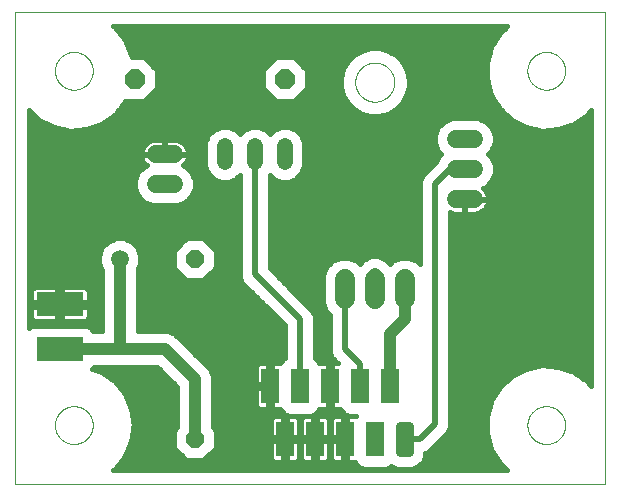
<source format=gtl>
G75*
%MOIN*%
%OFA0B0*%
%FSLAX25Y25*%
%IPPOS*%
%LPD*%
%AMOC8*
5,1,8,0,0,1.08239X$1,22.5*
%
%ADD10C,0.00000*%
%ADD11C,0.06600*%
%ADD12C,0.02953*%
%ADD13R,0.05906X0.11811*%
%ADD14OC8,0.06600*%
%ADD15OC8,0.06000*%
%ADD16C,0.05200*%
%ADD17C,0.06000*%
%ADD18R,0.15748X0.07874*%
%ADD19C,0.01600*%
%ADD20C,0.03937*%
%ADD21C,0.05906*%
%ADD22C,0.01969*%
D10*
X0007378Y0007378D02*
X0007378Y0164858D01*
X0204228Y0164858D01*
X0204228Y0007378D01*
X0007378Y0007378D01*
X0020764Y0027063D02*
X0020766Y0027221D01*
X0020772Y0027379D01*
X0020782Y0027537D01*
X0020796Y0027695D01*
X0020814Y0027852D01*
X0020835Y0028009D01*
X0020861Y0028165D01*
X0020891Y0028321D01*
X0020924Y0028476D01*
X0020962Y0028629D01*
X0021003Y0028782D01*
X0021048Y0028934D01*
X0021097Y0029085D01*
X0021150Y0029234D01*
X0021206Y0029382D01*
X0021266Y0029528D01*
X0021330Y0029673D01*
X0021398Y0029816D01*
X0021469Y0029958D01*
X0021543Y0030098D01*
X0021621Y0030235D01*
X0021703Y0030371D01*
X0021787Y0030505D01*
X0021876Y0030636D01*
X0021967Y0030765D01*
X0022062Y0030892D01*
X0022159Y0031017D01*
X0022260Y0031139D01*
X0022364Y0031258D01*
X0022471Y0031375D01*
X0022581Y0031489D01*
X0022694Y0031600D01*
X0022809Y0031709D01*
X0022927Y0031814D01*
X0023048Y0031916D01*
X0023171Y0032016D01*
X0023297Y0032112D01*
X0023425Y0032205D01*
X0023555Y0032295D01*
X0023688Y0032381D01*
X0023823Y0032465D01*
X0023959Y0032544D01*
X0024098Y0032621D01*
X0024239Y0032693D01*
X0024381Y0032763D01*
X0024525Y0032828D01*
X0024671Y0032890D01*
X0024818Y0032948D01*
X0024967Y0033003D01*
X0025117Y0033054D01*
X0025268Y0033101D01*
X0025420Y0033144D01*
X0025573Y0033183D01*
X0025728Y0033219D01*
X0025883Y0033250D01*
X0026039Y0033278D01*
X0026195Y0033302D01*
X0026352Y0033322D01*
X0026510Y0033338D01*
X0026667Y0033350D01*
X0026826Y0033358D01*
X0026984Y0033362D01*
X0027142Y0033362D01*
X0027300Y0033358D01*
X0027459Y0033350D01*
X0027616Y0033338D01*
X0027774Y0033322D01*
X0027931Y0033302D01*
X0028087Y0033278D01*
X0028243Y0033250D01*
X0028398Y0033219D01*
X0028553Y0033183D01*
X0028706Y0033144D01*
X0028858Y0033101D01*
X0029009Y0033054D01*
X0029159Y0033003D01*
X0029308Y0032948D01*
X0029455Y0032890D01*
X0029601Y0032828D01*
X0029745Y0032763D01*
X0029887Y0032693D01*
X0030028Y0032621D01*
X0030167Y0032544D01*
X0030303Y0032465D01*
X0030438Y0032381D01*
X0030571Y0032295D01*
X0030701Y0032205D01*
X0030829Y0032112D01*
X0030955Y0032016D01*
X0031078Y0031916D01*
X0031199Y0031814D01*
X0031317Y0031709D01*
X0031432Y0031600D01*
X0031545Y0031489D01*
X0031655Y0031375D01*
X0031762Y0031258D01*
X0031866Y0031139D01*
X0031967Y0031017D01*
X0032064Y0030892D01*
X0032159Y0030765D01*
X0032250Y0030636D01*
X0032339Y0030505D01*
X0032423Y0030371D01*
X0032505Y0030235D01*
X0032583Y0030098D01*
X0032657Y0029958D01*
X0032728Y0029816D01*
X0032796Y0029673D01*
X0032860Y0029528D01*
X0032920Y0029382D01*
X0032976Y0029234D01*
X0033029Y0029085D01*
X0033078Y0028934D01*
X0033123Y0028782D01*
X0033164Y0028629D01*
X0033202Y0028476D01*
X0033235Y0028321D01*
X0033265Y0028165D01*
X0033291Y0028009D01*
X0033312Y0027852D01*
X0033330Y0027695D01*
X0033344Y0027537D01*
X0033354Y0027379D01*
X0033360Y0027221D01*
X0033362Y0027063D01*
X0033360Y0026905D01*
X0033354Y0026747D01*
X0033344Y0026589D01*
X0033330Y0026431D01*
X0033312Y0026274D01*
X0033291Y0026117D01*
X0033265Y0025961D01*
X0033235Y0025805D01*
X0033202Y0025650D01*
X0033164Y0025497D01*
X0033123Y0025344D01*
X0033078Y0025192D01*
X0033029Y0025041D01*
X0032976Y0024892D01*
X0032920Y0024744D01*
X0032860Y0024598D01*
X0032796Y0024453D01*
X0032728Y0024310D01*
X0032657Y0024168D01*
X0032583Y0024028D01*
X0032505Y0023891D01*
X0032423Y0023755D01*
X0032339Y0023621D01*
X0032250Y0023490D01*
X0032159Y0023361D01*
X0032064Y0023234D01*
X0031967Y0023109D01*
X0031866Y0022987D01*
X0031762Y0022868D01*
X0031655Y0022751D01*
X0031545Y0022637D01*
X0031432Y0022526D01*
X0031317Y0022417D01*
X0031199Y0022312D01*
X0031078Y0022210D01*
X0030955Y0022110D01*
X0030829Y0022014D01*
X0030701Y0021921D01*
X0030571Y0021831D01*
X0030438Y0021745D01*
X0030303Y0021661D01*
X0030167Y0021582D01*
X0030028Y0021505D01*
X0029887Y0021433D01*
X0029745Y0021363D01*
X0029601Y0021298D01*
X0029455Y0021236D01*
X0029308Y0021178D01*
X0029159Y0021123D01*
X0029009Y0021072D01*
X0028858Y0021025D01*
X0028706Y0020982D01*
X0028553Y0020943D01*
X0028398Y0020907D01*
X0028243Y0020876D01*
X0028087Y0020848D01*
X0027931Y0020824D01*
X0027774Y0020804D01*
X0027616Y0020788D01*
X0027459Y0020776D01*
X0027300Y0020768D01*
X0027142Y0020764D01*
X0026984Y0020764D01*
X0026826Y0020768D01*
X0026667Y0020776D01*
X0026510Y0020788D01*
X0026352Y0020804D01*
X0026195Y0020824D01*
X0026039Y0020848D01*
X0025883Y0020876D01*
X0025728Y0020907D01*
X0025573Y0020943D01*
X0025420Y0020982D01*
X0025268Y0021025D01*
X0025117Y0021072D01*
X0024967Y0021123D01*
X0024818Y0021178D01*
X0024671Y0021236D01*
X0024525Y0021298D01*
X0024381Y0021363D01*
X0024239Y0021433D01*
X0024098Y0021505D01*
X0023959Y0021582D01*
X0023823Y0021661D01*
X0023688Y0021745D01*
X0023555Y0021831D01*
X0023425Y0021921D01*
X0023297Y0022014D01*
X0023171Y0022110D01*
X0023048Y0022210D01*
X0022927Y0022312D01*
X0022809Y0022417D01*
X0022694Y0022526D01*
X0022581Y0022637D01*
X0022471Y0022751D01*
X0022364Y0022868D01*
X0022260Y0022987D01*
X0022159Y0023109D01*
X0022062Y0023234D01*
X0021967Y0023361D01*
X0021876Y0023490D01*
X0021787Y0023621D01*
X0021703Y0023755D01*
X0021621Y0023891D01*
X0021543Y0024028D01*
X0021469Y0024168D01*
X0021398Y0024310D01*
X0021330Y0024453D01*
X0021266Y0024598D01*
X0021206Y0024744D01*
X0021150Y0024892D01*
X0021097Y0025041D01*
X0021048Y0025192D01*
X0021003Y0025344D01*
X0020962Y0025497D01*
X0020924Y0025650D01*
X0020891Y0025805D01*
X0020861Y0025961D01*
X0020835Y0026117D01*
X0020814Y0026274D01*
X0020796Y0026431D01*
X0020782Y0026589D01*
X0020772Y0026747D01*
X0020766Y0026905D01*
X0020764Y0027063D01*
X0120878Y0141378D02*
X0120880Y0141539D01*
X0120886Y0141699D01*
X0120896Y0141860D01*
X0120910Y0142020D01*
X0120928Y0142180D01*
X0120949Y0142339D01*
X0120975Y0142498D01*
X0121005Y0142656D01*
X0121038Y0142813D01*
X0121076Y0142970D01*
X0121117Y0143125D01*
X0121162Y0143279D01*
X0121211Y0143432D01*
X0121264Y0143584D01*
X0121320Y0143735D01*
X0121381Y0143884D01*
X0121444Y0144032D01*
X0121512Y0144178D01*
X0121583Y0144322D01*
X0121657Y0144464D01*
X0121735Y0144605D01*
X0121817Y0144743D01*
X0121902Y0144880D01*
X0121990Y0145014D01*
X0122082Y0145146D01*
X0122177Y0145276D01*
X0122275Y0145404D01*
X0122376Y0145529D01*
X0122480Y0145651D01*
X0122587Y0145771D01*
X0122697Y0145888D01*
X0122810Y0146003D01*
X0122926Y0146114D01*
X0123045Y0146223D01*
X0123166Y0146328D01*
X0123290Y0146431D01*
X0123416Y0146531D01*
X0123544Y0146627D01*
X0123675Y0146720D01*
X0123809Y0146810D01*
X0123944Y0146897D01*
X0124082Y0146980D01*
X0124221Y0147060D01*
X0124363Y0147136D01*
X0124506Y0147209D01*
X0124651Y0147278D01*
X0124798Y0147344D01*
X0124946Y0147406D01*
X0125096Y0147464D01*
X0125247Y0147519D01*
X0125400Y0147570D01*
X0125554Y0147617D01*
X0125709Y0147660D01*
X0125865Y0147699D01*
X0126021Y0147735D01*
X0126179Y0147766D01*
X0126337Y0147794D01*
X0126496Y0147818D01*
X0126656Y0147838D01*
X0126816Y0147854D01*
X0126976Y0147866D01*
X0127137Y0147874D01*
X0127298Y0147878D01*
X0127458Y0147878D01*
X0127619Y0147874D01*
X0127780Y0147866D01*
X0127940Y0147854D01*
X0128100Y0147838D01*
X0128260Y0147818D01*
X0128419Y0147794D01*
X0128577Y0147766D01*
X0128735Y0147735D01*
X0128891Y0147699D01*
X0129047Y0147660D01*
X0129202Y0147617D01*
X0129356Y0147570D01*
X0129509Y0147519D01*
X0129660Y0147464D01*
X0129810Y0147406D01*
X0129958Y0147344D01*
X0130105Y0147278D01*
X0130250Y0147209D01*
X0130393Y0147136D01*
X0130535Y0147060D01*
X0130674Y0146980D01*
X0130812Y0146897D01*
X0130947Y0146810D01*
X0131081Y0146720D01*
X0131212Y0146627D01*
X0131340Y0146531D01*
X0131466Y0146431D01*
X0131590Y0146328D01*
X0131711Y0146223D01*
X0131830Y0146114D01*
X0131946Y0146003D01*
X0132059Y0145888D01*
X0132169Y0145771D01*
X0132276Y0145651D01*
X0132380Y0145529D01*
X0132481Y0145404D01*
X0132579Y0145276D01*
X0132674Y0145146D01*
X0132766Y0145014D01*
X0132854Y0144880D01*
X0132939Y0144743D01*
X0133021Y0144605D01*
X0133099Y0144464D01*
X0133173Y0144322D01*
X0133244Y0144178D01*
X0133312Y0144032D01*
X0133375Y0143884D01*
X0133436Y0143735D01*
X0133492Y0143584D01*
X0133545Y0143432D01*
X0133594Y0143279D01*
X0133639Y0143125D01*
X0133680Y0142970D01*
X0133718Y0142813D01*
X0133751Y0142656D01*
X0133781Y0142498D01*
X0133807Y0142339D01*
X0133828Y0142180D01*
X0133846Y0142020D01*
X0133860Y0141860D01*
X0133870Y0141699D01*
X0133876Y0141539D01*
X0133878Y0141378D01*
X0133876Y0141217D01*
X0133870Y0141057D01*
X0133860Y0140896D01*
X0133846Y0140736D01*
X0133828Y0140576D01*
X0133807Y0140417D01*
X0133781Y0140258D01*
X0133751Y0140100D01*
X0133718Y0139943D01*
X0133680Y0139786D01*
X0133639Y0139631D01*
X0133594Y0139477D01*
X0133545Y0139324D01*
X0133492Y0139172D01*
X0133436Y0139021D01*
X0133375Y0138872D01*
X0133312Y0138724D01*
X0133244Y0138578D01*
X0133173Y0138434D01*
X0133099Y0138292D01*
X0133021Y0138151D01*
X0132939Y0138013D01*
X0132854Y0137876D01*
X0132766Y0137742D01*
X0132674Y0137610D01*
X0132579Y0137480D01*
X0132481Y0137352D01*
X0132380Y0137227D01*
X0132276Y0137105D01*
X0132169Y0136985D01*
X0132059Y0136868D01*
X0131946Y0136753D01*
X0131830Y0136642D01*
X0131711Y0136533D01*
X0131590Y0136428D01*
X0131466Y0136325D01*
X0131340Y0136225D01*
X0131212Y0136129D01*
X0131081Y0136036D01*
X0130947Y0135946D01*
X0130812Y0135859D01*
X0130674Y0135776D01*
X0130535Y0135696D01*
X0130393Y0135620D01*
X0130250Y0135547D01*
X0130105Y0135478D01*
X0129958Y0135412D01*
X0129810Y0135350D01*
X0129660Y0135292D01*
X0129509Y0135237D01*
X0129356Y0135186D01*
X0129202Y0135139D01*
X0129047Y0135096D01*
X0128891Y0135057D01*
X0128735Y0135021D01*
X0128577Y0134990D01*
X0128419Y0134962D01*
X0128260Y0134938D01*
X0128100Y0134918D01*
X0127940Y0134902D01*
X0127780Y0134890D01*
X0127619Y0134882D01*
X0127458Y0134878D01*
X0127298Y0134878D01*
X0127137Y0134882D01*
X0126976Y0134890D01*
X0126816Y0134902D01*
X0126656Y0134918D01*
X0126496Y0134938D01*
X0126337Y0134962D01*
X0126179Y0134990D01*
X0126021Y0135021D01*
X0125865Y0135057D01*
X0125709Y0135096D01*
X0125554Y0135139D01*
X0125400Y0135186D01*
X0125247Y0135237D01*
X0125096Y0135292D01*
X0124946Y0135350D01*
X0124798Y0135412D01*
X0124651Y0135478D01*
X0124506Y0135547D01*
X0124363Y0135620D01*
X0124221Y0135696D01*
X0124082Y0135776D01*
X0123944Y0135859D01*
X0123809Y0135946D01*
X0123675Y0136036D01*
X0123544Y0136129D01*
X0123416Y0136225D01*
X0123290Y0136325D01*
X0123166Y0136428D01*
X0123045Y0136533D01*
X0122926Y0136642D01*
X0122810Y0136753D01*
X0122697Y0136868D01*
X0122587Y0136985D01*
X0122480Y0137105D01*
X0122376Y0137227D01*
X0122275Y0137352D01*
X0122177Y0137480D01*
X0122082Y0137610D01*
X0121990Y0137742D01*
X0121902Y0137876D01*
X0121817Y0138013D01*
X0121735Y0138151D01*
X0121657Y0138292D01*
X0121583Y0138434D01*
X0121512Y0138578D01*
X0121444Y0138724D01*
X0121381Y0138872D01*
X0121320Y0139021D01*
X0121264Y0139172D01*
X0121211Y0139324D01*
X0121162Y0139477D01*
X0121117Y0139631D01*
X0121076Y0139786D01*
X0121038Y0139943D01*
X0121005Y0140100D01*
X0120975Y0140258D01*
X0120949Y0140417D01*
X0120928Y0140576D01*
X0120910Y0140736D01*
X0120896Y0140896D01*
X0120886Y0141057D01*
X0120880Y0141217D01*
X0120878Y0141378D01*
X0178244Y0145173D02*
X0178246Y0145331D01*
X0178252Y0145489D01*
X0178262Y0145647D01*
X0178276Y0145805D01*
X0178294Y0145962D01*
X0178315Y0146119D01*
X0178341Y0146275D01*
X0178371Y0146431D01*
X0178404Y0146586D01*
X0178442Y0146739D01*
X0178483Y0146892D01*
X0178528Y0147044D01*
X0178577Y0147195D01*
X0178630Y0147344D01*
X0178686Y0147492D01*
X0178746Y0147638D01*
X0178810Y0147783D01*
X0178878Y0147926D01*
X0178949Y0148068D01*
X0179023Y0148208D01*
X0179101Y0148345D01*
X0179183Y0148481D01*
X0179267Y0148615D01*
X0179356Y0148746D01*
X0179447Y0148875D01*
X0179542Y0149002D01*
X0179639Y0149127D01*
X0179740Y0149249D01*
X0179844Y0149368D01*
X0179951Y0149485D01*
X0180061Y0149599D01*
X0180174Y0149710D01*
X0180289Y0149819D01*
X0180407Y0149924D01*
X0180528Y0150026D01*
X0180651Y0150126D01*
X0180777Y0150222D01*
X0180905Y0150315D01*
X0181035Y0150405D01*
X0181168Y0150491D01*
X0181303Y0150575D01*
X0181439Y0150654D01*
X0181578Y0150731D01*
X0181719Y0150803D01*
X0181861Y0150873D01*
X0182005Y0150938D01*
X0182151Y0151000D01*
X0182298Y0151058D01*
X0182447Y0151113D01*
X0182597Y0151164D01*
X0182748Y0151211D01*
X0182900Y0151254D01*
X0183053Y0151293D01*
X0183208Y0151329D01*
X0183363Y0151360D01*
X0183519Y0151388D01*
X0183675Y0151412D01*
X0183832Y0151432D01*
X0183990Y0151448D01*
X0184147Y0151460D01*
X0184306Y0151468D01*
X0184464Y0151472D01*
X0184622Y0151472D01*
X0184780Y0151468D01*
X0184939Y0151460D01*
X0185096Y0151448D01*
X0185254Y0151432D01*
X0185411Y0151412D01*
X0185567Y0151388D01*
X0185723Y0151360D01*
X0185878Y0151329D01*
X0186033Y0151293D01*
X0186186Y0151254D01*
X0186338Y0151211D01*
X0186489Y0151164D01*
X0186639Y0151113D01*
X0186788Y0151058D01*
X0186935Y0151000D01*
X0187081Y0150938D01*
X0187225Y0150873D01*
X0187367Y0150803D01*
X0187508Y0150731D01*
X0187647Y0150654D01*
X0187783Y0150575D01*
X0187918Y0150491D01*
X0188051Y0150405D01*
X0188181Y0150315D01*
X0188309Y0150222D01*
X0188435Y0150126D01*
X0188558Y0150026D01*
X0188679Y0149924D01*
X0188797Y0149819D01*
X0188912Y0149710D01*
X0189025Y0149599D01*
X0189135Y0149485D01*
X0189242Y0149368D01*
X0189346Y0149249D01*
X0189447Y0149127D01*
X0189544Y0149002D01*
X0189639Y0148875D01*
X0189730Y0148746D01*
X0189819Y0148615D01*
X0189903Y0148481D01*
X0189985Y0148345D01*
X0190063Y0148208D01*
X0190137Y0148068D01*
X0190208Y0147926D01*
X0190276Y0147783D01*
X0190340Y0147638D01*
X0190400Y0147492D01*
X0190456Y0147344D01*
X0190509Y0147195D01*
X0190558Y0147044D01*
X0190603Y0146892D01*
X0190644Y0146739D01*
X0190682Y0146586D01*
X0190715Y0146431D01*
X0190745Y0146275D01*
X0190771Y0146119D01*
X0190792Y0145962D01*
X0190810Y0145805D01*
X0190824Y0145647D01*
X0190834Y0145489D01*
X0190840Y0145331D01*
X0190842Y0145173D01*
X0190840Y0145015D01*
X0190834Y0144857D01*
X0190824Y0144699D01*
X0190810Y0144541D01*
X0190792Y0144384D01*
X0190771Y0144227D01*
X0190745Y0144071D01*
X0190715Y0143915D01*
X0190682Y0143760D01*
X0190644Y0143607D01*
X0190603Y0143454D01*
X0190558Y0143302D01*
X0190509Y0143151D01*
X0190456Y0143002D01*
X0190400Y0142854D01*
X0190340Y0142708D01*
X0190276Y0142563D01*
X0190208Y0142420D01*
X0190137Y0142278D01*
X0190063Y0142138D01*
X0189985Y0142001D01*
X0189903Y0141865D01*
X0189819Y0141731D01*
X0189730Y0141600D01*
X0189639Y0141471D01*
X0189544Y0141344D01*
X0189447Y0141219D01*
X0189346Y0141097D01*
X0189242Y0140978D01*
X0189135Y0140861D01*
X0189025Y0140747D01*
X0188912Y0140636D01*
X0188797Y0140527D01*
X0188679Y0140422D01*
X0188558Y0140320D01*
X0188435Y0140220D01*
X0188309Y0140124D01*
X0188181Y0140031D01*
X0188051Y0139941D01*
X0187918Y0139855D01*
X0187783Y0139771D01*
X0187647Y0139692D01*
X0187508Y0139615D01*
X0187367Y0139543D01*
X0187225Y0139473D01*
X0187081Y0139408D01*
X0186935Y0139346D01*
X0186788Y0139288D01*
X0186639Y0139233D01*
X0186489Y0139182D01*
X0186338Y0139135D01*
X0186186Y0139092D01*
X0186033Y0139053D01*
X0185878Y0139017D01*
X0185723Y0138986D01*
X0185567Y0138958D01*
X0185411Y0138934D01*
X0185254Y0138914D01*
X0185096Y0138898D01*
X0184939Y0138886D01*
X0184780Y0138878D01*
X0184622Y0138874D01*
X0184464Y0138874D01*
X0184306Y0138878D01*
X0184147Y0138886D01*
X0183990Y0138898D01*
X0183832Y0138914D01*
X0183675Y0138934D01*
X0183519Y0138958D01*
X0183363Y0138986D01*
X0183208Y0139017D01*
X0183053Y0139053D01*
X0182900Y0139092D01*
X0182748Y0139135D01*
X0182597Y0139182D01*
X0182447Y0139233D01*
X0182298Y0139288D01*
X0182151Y0139346D01*
X0182005Y0139408D01*
X0181861Y0139473D01*
X0181719Y0139543D01*
X0181578Y0139615D01*
X0181439Y0139692D01*
X0181303Y0139771D01*
X0181168Y0139855D01*
X0181035Y0139941D01*
X0180905Y0140031D01*
X0180777Y0140124D01*
X0180651Y0140220D01*
X0180528Y0140320D01*
X0180407Y0140422D01*
X0180289Y0140527D01*
X0180174Y0140636D01*
X0180061Y0140747D01*
X0179951Y0140861D01*
X0179844Y0140978D01*
X0179740Y0141097D01*
X0179639Y0141219D01*
X0179542Y0141344D01*
X0179447Y0141471D01*
X0179356Y0141600D01*
X0179267Y0141731D01*
X0179183Y0141865D01*
X0179101Y0142001D01*
X0179023Y0142138D01*
X0178949Y0142278D01*
X0178878Y0142420D01*
X0178810Y0142563D01*
X0178746Y0142708D01*
X0178686Y0142854D01*
X0178630Y0143002D01*
X0178577Y0143151D01*
X0178528Y0143302D01*
X0178483Y0143454D01*
X0178442Y0143607D01*
X0178404Y0143760D01*
X0178371Y0143915D01*
X0178341Y0144071D01*
X0178315Y0144227D01*
X0178294Y0144384D01*
X0178276Y0144541D01*
X0178262Y0144699D01*
X0178252Y0144857D01*
X0178246Y0145015D01*
X0178244Y0145173D01*
X0178244Y0027063D02*
X0178246Y0027221D01*
X0178252Y0027379D01*
X0178262Y0027537D01*
X0178276Y0027695D01*
X0178294Y0027852D01*
X0178315Y0028009D01*
X0178341Y0028165D01*
X0178371Y0028321D01*
X0178404Y0028476D01*
X0178442Y0028629D01*
X0178483Y0028782D01*
X0178528Y0028934D01*
X0178577Y0029085D01*
X0178630Y0029234D01*
X0178686Y0029382D01*
X0178746Y0029528D01*
X0178810Y0029673D01*
X0178878Y0029816D01*
X0178949Y0029958D01*
X0179023Y0030098D01*
X0179101Y0030235D01*
X0179183Y0030371D01*
X0179267Y0030505D01*
X0179356Y0030636D01*
X0179447Y0030765D01*
X0179542Y0030892D01*
X0179639Y0031017D01*
X0179740Y0031139D01*
X0179844Y0031258D01*
X0179951Y0031375D01*
X0180061Y0031489D01*
X0180174Y0031600D01*
X0180289Y0031709D01*
X0180407Y0031814D01*
X0180528Y0031916D01*
X0180651Y0032016D01*
X0180777Y0032112D01*
X0180905Y0032205D01*
X0181035Y0032295D01*
X0181168Y0032381D01*
X0181303Y0032465D01*
X0181439Y0032544D01*
X0181578Y0032621D01*
X0181719Y0032693D01*
X0181861Y0032763D01*
X0182005Y0032828D01*
X0182151Y0032890D01*
X0182298Y0032948D01*
X0182447Y0033003D01*
X0182597Y0033054D01*
X0182748Y0033101D01*
X0182900Y0033144D01*
X0183053Y0033183D01*
X0183208Y0033219D01*
X0183363Y0033250D01*
X0183519Y0033278D01*
X0183675Y0033302D01*
X0183832Y0033322D01*
X0183990Y0033338D01*
X0184147Y0033350D01*
X0184306Y0033358D01*
X0184464Y0033362D01*
X0184622Y0033362D01*
X0184780Y0033358D01*
X0184939Y0033350D01*
X0185096Y0033338D01*
X0185254Y0033322D01*
X0185411Y0033302D01*
X0185567Y0033278D01*
X0185723Y0033250D01*
X0185878Y0033219D01*
X0186033Y0033183D01*
X0186186Y0033144D01*
X0186338Y0033101D01*
X0186489Y0033054D01*
X0186639Y0033003D01*
X0186788Y0032948D01*
X0186935Y0032890D01*
X0187081Y0032828D01*
X0187225Y0032763D01*
X0187367Y0032693D01*
X0187508Y0032621D01*
X0187647Y0032544D01*
X0187783Y0032465D01*
X0187918Y0032381D01*
X0188051Y0032295D01*
X0188181Y0032205D01*
X0188309Y0032112D01*
X0188435Y0032016D01*
X0188558Y0031916D01*
X0188679Y0031814D01*
X0188797Y0031709D01*
X0188912Y0031600D01*
X0189025Y0031489D01*
X0189135Y0031375D01*
X0189242Y0031258D01*
X0189346Y0031139D01*
X0189447Y0031017D01*
X0189544Y0030892D01*
X0189639Y0030765D01*
X0189730Y0030636D01*
X0189819Y0030505D01*
X0189903Y0030371D01*
X0189985Y0030235D01*
X0190063Y0030098D01*
X0190137Y0029958D01*
X0190208Y0029816D01*
X0190276Y0029673D01*
X0190340Y0029528D01*
X0190400Y0029382D01*
X0190456Y0029234D01*
X0190509Y0029085D01*
X0190558Y0028934D01*
X0190603Y0028782D01*
X0190644Y0028629D01*
X0190682Y0028476D01*
X0190715Y0028321D01*
X0190745Y0028165D01*
X0190771Y0028009D01*
X0190792Y0027852D01*
X0190810Y0027695D01*
X0190824Y0027537D01*
X0190834Y0027379D01*
X0190840Y0027221D01*
X0190842Y0027063D01*
X0190840Y0026905D01*
X0190834Y0026747D01*
X0190824Y0026589D01*
X0190810Y0026431D01*
X0190792Y0026274D01*
X0190771Y0026117D01*
X0190745Y0025961D01*
X0190715Y0025805D01*
X0190682Y0025650D01*
X0190644Y0025497D01*
X0190603Y0025344D01*
X0190558Y0025192D01*
X0190509Y0025041D01*
X0190456Y0024892D01*
X0190400Y0024744D01*
X0190340Y0024598D01*
X0190276Y0024453D01*
X0190208Y0024310D01*
X0190137Y0024168D01*
X0190063Y0024028D01*
X0189985Y0023891D01*
X0189903Y0023755D01*
X0189819Y0023621D01*
X0189730Y0023490D01*
X0189639Y0023361D01*
X0189544Y0023234D01*
X0189447Y0023109D01*
X0189346Y0022987D01*
X0189242Y0022868D01*
X0189135Y0022751D01*
X0189025Y0022637D01*
X0188912Y0022526D01*
X0188797Y0022417D01*
X0188679Y0022312D01*
X0188558Y0022210D01*
X0188435Y0022110D01*
X0188309Y0022014D01*
X0188181Y0021921D01*
X0188051Y0021831D01*
X0187918Y0021745D01*
X0187783Y0021661D01*
X0187647Y0021582D01*
X0187508Y0021505D01*
X0187367Y0021433D01*
X0187225Y0021363D01*
X0187081Y0021298D01*
X0186935Y0021236D01*
X0186788Y0021178D01*
X0186639Y0021123D01*
X0186489Y0021072D01*
X0186338Y0021025D01*
X0186186Y0020982D01*
X0186033Y0020943D01*
X0185878Y0020907D01*
X0185723Y0020876D01*
X0185567Y0020848D01*
X0185411Y0020824D01*
X0185254Y0020804D01*
X0185096Y0020788D01*
X0184939Y0020776D01*
X0184780Y0020768D01*
X0184622Y0020764D01*
X0184464Y0020764D01*
X0184306Y0020768D01*
X0184147Y0020776D01*
X0183990Y0020788D01*
X0183832Y0020804D01*
X0183675Y0020824D01*
X0183519Y0020848D01*
X0183363Y0020876D01*
X0183208Y0020907D01*
X0183053Y0020943D01*
X0182900Y0020982D01*
X0182748Y0021025D01*
X0182597Y0021072D01*
X0182447Y0021123D01*
X0182298Y0021178D01*
X0182151Y0021236D01*
X0182005Y0021298D01*
X0181861Y0021363D01*
X0181719Y0021433D01*
X0181578Y0021505D01*
X0181439Y0021582D01*
X0181303Y0021661D01*
X0181168Y0021745D01*
X0181035Y0021831D01*
X0180905Y0021921D01*
X0180777Y0022014D01*
X0180651Y0022110D01*
X0180528Y0022210D01*
X0180407Y0022312D01*
X0180289Y0022417D01*
X0180174Y0022526D01*
X0180061Y0022637D01*
X0179951Y0022751D01*
X0179844Y0022868D01*
X0179740Y0022987D01*
X0179639Y0023109D01*
X0179542Y0023234D01*
X0179447Y0023361D01*
X0179356Y0023490D01*
X0179267Y0023621D01*
X0179183Y0023755D01*
X0179101Y0023891D01*
X0179023Y0024028D01*
X0178949Y0024168D01*
X0178878Y0024310D01*
X0178810Y0024453D01*
X0178746Y0024598D01*
X0178686Y0024744D01*
X0178630Y0024892D01*
X0178577Y0025041D01*
X0178528Y0025192D01*
X0178483Y0025344D01*
X0178442Y0025497D01*
X0178404Y0025650D01*
X0178371Y0025805D01*
X0178341Y0025961D01*
X0178315Y0026117D01*
X0178294Y0026274D01*
X0178276Y0026431D01*
X0178262Y0026589D01*
X0178252Y0026747D01*
X0178246Y0026905D01*
X0178244Y0027063D01*
X0020764Y0145173D02*
X0020766Y0145331D01*
X0020772Y0145489D01*
X0020782Y0145647D01*
X0020796Y0145805D01*
X0020814Y0145962D01*
X0020835Y0146119D01*
X0020861Y0146275D01*
X0020891Y0146431D01*
X0020924Y0146586D01*
X0020962Y0146739D01*
X0021003Y0146892D01*
X0021048Y0147044D01*
X0021097Y0147195D01*
X0021150Y0147344D01*
X0021206Y0147492D01*
X0021266Y0147638D01*
X0021330Y0147783D01*
X0021398Y0147926D01*
X0021469Y0148068D01*
X0021543Y0148208D01*
X0021621Y0148345D01*
X0021703Y0148481D01*
X0021787Y0148615D01*
X0021876Y0148746D01*
X0021967Y0148875D01*
X0022062Y0149002D01*
X0022159Y0149127D01*
X0022260Y0149249D01*
X0022364Y0149368D01*
X0022471Y0149485D01*
X0022581Y0149599D01*
X0022694Y0149710D01*
X0022809Y0149819D01*
X0022927Y0149924D01*
X0023048Y0150026D01*
X0023171Y0150126D01*
X0023297Y0150222D01*
X0023425Y0150315D01*
X0023555Y0150405D01*
X0023688Y0150491D01*
X0023823Y0150575D01*
X0023959Y0150654D01*
X0024098Y0150731D01*
X0024239Y0150803D01*
X0024381Y0150873D01*
X0024525Y0150938D01*
X0024671Y0151000D01*
X0024818Y0151058D01*
X0024967Y0151113D01*
X0025117Y0151164D01*
X0025268Y0151211D01*
X0025420Y0151254D01*
X0025573Y0151293D01*
X0025728Y0151329D01*
X0025883Y0151360D01*
X0026039Y0151388D01*
X0026195Y0151412D01*
X0026352Y0151432D01*
X0026510Y0151448D01*
X0026667Y0151460D01*
X0026826Y0151468D01*
X0026984Y0151472D01*
X0027142Y0151472D01*
X0027300Y0151468D01*
X0027459Y0151460D01*
X0027616Y0151448D01*
X0027774Y0151432D01*
X0027931Y0151412D01*
X0028087Y0151388D01*
X0028243Y0151360D01*
X0028398Y0151329D01*
X0028553Y0151293D01*
X0028706Y0151254D01*
X0028858Y0151211D01*
X0029009Y0151164D01*
X0029159Y0151113D01*
X0029308Y0151058D01*
X0029455Y0151000D01*
X0029601Y0150938D01*
X0029745Y0150873D01*
X0029887Y0150803D01*
X0030028Y0150731D01*
X0030167Y0150654D01*
X0030303Y0150575D01*
X0030438Y0150491D01*
X0030571Y0150405D01*
X0030701Y0150315D01*
X0030829Y0150222D01*
X0030955Y0150126D01*
X0031078Y0150026D01*
X0031199Y0149924D01*
X0031317Y0149819D01*
X0031432Y0149710D01*
X0031545Y0149599D01*
X0031655Y0149485D01*
X0031762Y0149368D01*
X0031866Y0149249D01*
X0031967Y0149127D01*
X0032064Y0149002D01*
X0032159Y0148875D01*
X0032250Y0148746D01*
X0032339Y0148615D01*
X0032423Y0148481D01*
X0032505Y0148345D01*
X0032583Y0148208D01*
X0032657Y0148068D01*
X0032728Y0147926D01*
X0032796Y0147783D01*
X0032860Y0147638D01*
X0032920Y0147492D01*
X0032976Y0147344D01*
X0033029Y0147195D01*
X0033078Y0147044D01*
X0033123Y0146892D01*
X0033164Y0146739D01*
X0033202Y0146586D01*
X0033235Y0146431D01*
X0033265Y0146275D01*
X0033291Y0146119D01*
X0033312Y0145962D01*
X0033330Y0145805D01*
X0033344Y0145647D01*
X0033354Y0145489D01*
X0033360Y0145331D01*
X0033362Y0145173D01*
X0033360Y0145015D01*
X0033354Y0144857D01*
X0033344Y0144699D01*
X0033330Y0144541D01*
X0033312Y0144384D01*
X0033291Y0144227D01*
X0033265Y0144071D01*
X0033235Y0143915D01*
X0033202Y0143760D01*
X0033164Y0143607D01*
X0033123Y0143454D01*
X0033078Y0143302D01*
X0033029Y0143151D01*
X0032976Y0143002D01*
X0032920Y0142854D01*
X0032860Y0142708D01*
X0032796Y0142563D01*
X0032728Y0142420D01*
X0032657Y0142278D01*
X0032583Y0142138D01*
X0032505Y0142001D01*
X0032423Y0141865D01*
X0032339Y0141731D01*
X0032250Y0141600D01*
X0032159Y0141471D01*
X0032064Y0141344D01*
X0031967Y0141219D01*
X0031866Y0141097D01*
X0031762Y0140978D01*
X0031655Y0140861D01*
X0031545Y0140747D01*
X0031432Y0140636D01*
X0031317Y0140527D01*
X0031199Y0140422D01*
X0031078Y0140320D01*
X0030955Y0140220D01*
X0030829Y0140124D01*
X0030701Y0140031D01*
X0030571Y0139941D01*
X0030438Y0139855D01*
X0030303Y0139771D01*
X0030167Y0139692D01*
X0030028Y0139615D01*
X0029887Y0139543D01*
X0029745Y0139473D01*
X0029601Y0139408D01*
X0029455Y0139346D01*
X0029308Y0139288D01*
X0029159Y0139233D01*
X0029009Y0139182D01*
X0028858Y0139135D01*
X0028706Y0139092D01*
X0028553Y0139053D01*
X0028398Y0139017D01*
X0028243Y0138986D01*
X0028087Y0138958D01*
X0027931Y0138934D01*
X0027774Y0138914D01*
X0027616Y0138898D01*
X0027459Y0138886D01*
X0027300Y0138878D01*
X0027142Y0138874D01*
X0026984Y0138874D01*
X0026826Y0138878D01*
X0026667Y0138886D01*
X0026510Y0138898D01*
X0026352Y0138914D01*
X0026195Y0138934D01*
X0026039Y0138958D01*
X0025883Y0138986D01*
X0025728Y0139017D01*
X0025573Y0139053D01*
X0025420Y0139092D01*
X0025268Y0139135D01*
X0025117Y0139182D01*
X0024967Y0139233D01*
X0024818Y0139288D01*
X0024671Y0139346D01*
X0024525Y0139408D01*
X0024381Y0139473D01*
X0024239Y0139543D01*
X0024098Y0139615D01*
X0023959Y0139692D01*
X0023823Y0139771D01*
X0023688Y0139855D01*
X0023555Y0139941D01*
X0023425Y0140031D01*
X0023297Y0140124D01*
X0023171Y0140220D01*
X0023048Y0140320D01*
X0022927Y0140422D01*
X0022809Y0140527D01*
X0022694Y0140636D01*
X0022581Y0140747D01*
X0022471Y0140861D01*
X0022364Y0140978D01*
X0022260Y0141097D01*
X0022159Y0141219D01*
X0022062Y0141344D01*
X0021967Y0141471D01*
X0021876Y0141600D01*
X0021787Y0141731D01*
X0021703Y0141865D01*
X0021621Y0142001D01*
X0021543Y0142138D01*
X0021469Y0142278D01*
X0021398Y0142420D01*
X0021330Y0142563D01*
X0021266Y0142708D01*
X0021206Y0142854D01*
X0021150Y0143002D01*
X0021097Y0143151D01*
X0021048Y0143302D01*
X0021003Y0143454D01*
X0020962Y0143607D01*
X0020924Y0143760D01*
X0020891Y0143915D01*
X0020861Y0144071D01*
X0020835Y0144227D01*
X0020814Y0144384D01*
X0020796Y0144541D01*
X0020782Y0144699D01*
X0020772Y0144857D01*
X0020766Y0145015D01*
X0020764Y0145173D01*
D11*
X0117378Y0075678D02*
X0117378Y0069078D01*
X0127378Y0069078D02*
X0127378Y0075678D01*
X0137378Y0075678D02*
X0137378Y0069078D01*
D12*
X0135901Y0026807D02*
X0135901Y0017949D01*
X0135901Y0026807D02*
X0138855Y0026807D01*
X0138855Y0017949D01*
X0135901Y0017949D01*
X0135901Y0020901D02*
X0138855Y0020901D01*
X0138855Y0023853D02*
X0135901Y0023853D01*
X0135901Y0026805D02*
X0138855Y0026805D01*
D13*
X0127378Y0022378D03*
X0117378Y0022378D03*
X0107378Y0022378D03*
X0097378Y0022378D03*
X0102378Y0040094D03*
X0092378Y0040094D03*
X0112378Y0040094D03*
X0122378Y0040094D03*
X0132378Y0040094D03*
D14*
X0097378Y0142378D03*
X0047378Y0142378D03*
D15*
X0067378Y0082378D03*
X0067378Y0022378D03*
D16*
X0077378Y0114778D02*
X0077378Y0119978D01*
X0087378Y0119978D02*
X0087378Y0114778D01*
X0097378Y0114778D02*
X0097378Y0119978D01*
D17*
X0060378Y0117378D02*
X0054378Y0117378D01*
X0054378Y0107378D02*
X0060378Y0107378D01*
X0154378Y0112378D02*
X0160378Y0112378D01*
X0160378Y0122378D02*
X0154378Y0122378D01*
X0154378Y0102378D02*
X0160378Y0102378D01*
D18*
X0022378Y0067378D03*
X0022378Y0052378D03*
D19*
X0013391Y0060129D02*
X0012178Y0060129D01*
X0012267Y0059663D02*
X0012178Y0059575D01*
X0012178Y0132032D01*
X0015558Y0128875D01*
X0015558Y0128875D01*
X0020382Y0126375D01*
X0020382Y0126375D01*
X0025702Y0125270D01*
X0031122Y0125641D01*
X0036241Y0127460D01*
X0040680Y0130593D01*
X0040680Y0130593D01*
X0040680Y0130593D01*
X0044108Y0134808D01*
X0044286Y0135217D01*
X0044375Y0135128D01*
X0050381Y0135128D01*
X0054628Y0139375D01*
X0054628Y0145381D01*
X0050381Y0149628D01*
X0046400Y0149628D01*
X0046273Y0150556D01*
X0044108Y0155539D01*
X0040680Y0159753D01*
X0040680Y0159753D01*
X0040680Y0159753D01*
X0040247Y0160058D01*
X0171526Y0160058D01*
X0169068Y0157763D01*
X0166245Y0153121D01*
X0164780Y0147890D01*
X0164780Y0142457D01*
X0166245Y0137225D01*
X0166245Y0137225D01*
X0169068Y0132583D01*
X0173039Y0128875D01*
X0177863Y0126375D01*
X0183182Y0125270D01*
X0188602Y0125641D01*
X0188602Y0125641D01*
X0193721Y0127460D01*
X0198160Y0130593D01*
X0198160Y0130593D01*
X0198160Y0130593D01*
X0199428Y0132152D01*
X0199428Y0040084D01*
X0198160Y0041643D01*
X0193721Y0044776D01*
X0188602Y0046595D01*
X0183182Y0046966D01*
X0183182Y0046966D01*
X0177863Y0045861D01*
X0177863Y0045861D01*
X0173039Y0043361D01*
X0173039Y0043361D01*
X0169068Y0039653D01*
X0169068Y0039653D01*
X0166245Y0035011D01*
X0164780Y0029779D01*
X0164780Y0024347D01*
X0166245Y0019115D01*
X0169068Y0014473D01*
X0171526Y0012178D01*
X0040247Y0012178D01*
X0040680Y0012483D01*
X0044108Y0016697D01*
X0044108Y0016698D01*
X0046273Y0021681D01*
X0047013Y0027063D01*
X0046273Y0032445D01*
X0046273Y0032445D01*
X0044108Y0037428D01*
X0040680Y0041643D01*
X0040680Y0041643D01*
X0036241Y0044776D01*
X0033239Y0045843D01*
X0033600Y0046204D01*
X0033706Y0046460D01*
X0054927Y0046460D01*
X0061460Y0039927D01*
X0061460Y0026288D01*
X0060428Y0025257D01*
X0060428Y0019499D01*
X0064499Y0015428D01*
X0070257Y0015428D01*
X0074328Y0019499D01*
X0074328Y0025257D01*
X0073296Y0026288D01*
X0073296Y0043555D01*
X0072395Y0045730D01*
X0062395Y0055730D01*
X0060730Y0057395D01*
X0058555Y0058296D01*
X0048296Y0058296D01*
X0048296Y0078629D01*
X0049280Y0081005D01*
X0049280Y0083751D01*
X0048229Y0086288D01*
X0046288Y0088229D01*
X0043751Y0089280D01*
X0041005Y0089280D01*
X0038468Y0088229D01*
X0036526Y0086288D01*
X0035476Y0083751D01*
X0035476Y0081005D01*
X0036460Y0078629D01*
X0036460Y0058296D01*
X0033706Y0058296D01*
X0033600Y0058552D01*
X0032489Y0059663D01*
X0031038Y0060265D01*
X0013718Y0060265D01*
X0012267Y0059663D01*
X0012178Y0061727D02*
X0013945Y0061727D01*
X0013809Y0061764D02*
X0014267Y0061641D01*
X0021578Y0061641D01*
X0021578Y0066578D01*
X0023178Y0066578D01*
X0023178Y0068178D01*
X0021578Y0068178D01*
X0021578Y0073115D01*
X0014267Y0073115D01*
X0013809Y0072992D01*
X0013399Y0072755D01*
X0013064Y0072420D01*
X0012827Y0072010D01*
X0012704Y0071552D01*
X0012704Y0068178D01*
X0021578Y0068178D01*
X0021578Y0066578D01*
X0012704Y0066578D01*
X0012704Y0063204D01*
X0012827Y0062746D01*
X0013064Y0062336D01*
X0013399Y0062001D01*
X0013809Y0061764D01*
X0012704Y0063326D02*
X0012178Y0063326D01*
X0012178Y0064924D02*
X0012704Y0064924D01*
X0012704Y0066523D02*
X0012178Y0066523D01*
X0012178Y0068121D02*
X0021578Y0068121D01*
X0021578Y0066523D02*
X0023178Y0066523D01*
X0023178Y0066578D02*
X0023178Y0061641D01*
X0030489Y0061641D01*
X0030947Y0061764D01*
X0031357Y0062001D01*
X0031692Y0062336D01*
X0031929Y0062746D01*
X0032052Y0063204D01*
X0032052Y0066578D01*
X0023178Y0066578D01*
X0023178Y0068121D02*
X0036460Y0068121D01*
X0036460Y0066523D02*
X0032052Y0066523D01*
X0032052Y0064924D02*
X0036460Y0064924D01*
X0036460Y0063326D02*
X0032052Y0063326D01*
X0030811Y0061727D02*
X0036460Y0061727D01*
X0036460Y0060129D02*
X0031365Y0060129D01*
X0033609Y0058530D02*
X0036460Y0058530D01*
X0032052Y0068178D02*
X0032052Y0071552D01*
X0031929Y0072010D01*
X0031692Y0072420D01*
X0031357Y0072755D01*
X0030947Y0072992D01*
X0030489Y0073115D01*
X0023178Y0073115D01*
X0023178Y0068178D01*
X0032052Y0068178D01*
X0032052Y0069720D02*
X0036460Y0069720D01*
X0036460Y0071318D02*
X0032052Y0071318D01*
X0031077Y0072917D02*
X0036460Y0072917D01*
X0036460Y0074515D02*
X0012178Y0074515D01*
X0012178Y0072917D02*
X0013679Y0072917D01*
X0012704Y0071318D02*
X0012178Y0071318D01*
X0012178Y0069720D02*
X0012704Y0069720D01*
X0012178Y0076114D02*
X0036460Y0076114D01*
X0036460Y0077712D02*
X0012178Y0077712D01*
X0012178Y0079311D02*
X0036177Y0079311D01*
X0035515Y0080909D02*
X0012178Y0080909D01*
X0012178Y0082508D02*
X0035476Y0082508D01*
X0035623Y0084106D02*
X0012178Y0084106D01*
X0012178Y0085705D02*
X0036285Y0085705D01*
X0037542Y0087304D02*
X0012178Y0087304D01*
X0012178Y0088902D02*
X0040092Y0088902D01*
X0044664Y0088902D02*
X0064074Y0088902D01*
X0064499Y0089328D02*
X0060428Y0085257D01*
X0060428Y0079499D01*
X0064499Y0075428D01*
X0070257Y0075428D01*
X0074328Y0079499D01*
X0074328Y0085257D01*
X0070257Y0089328D01*
X0064499Y0089328D01*
X0062475Y0087304D02*
X0047214Y0087304D01*
X0048471Y0085705D02*
X0060877Y0085705D01*
X0060428Y0084106D02*
X0049133Y0084106D01*
X0049280Y0082508D02*
X0060428Y0082508D01*
X0060428Y0080909D02*
X0049241Y0080909D01*
X0048579Y0079311D02*
X0060617Y0079311D01*
X0062215Y0077712D02*
X0048296Y0077712D01*
X0048296Y0076114D02*
X0063814Y0076114D01*
X0070942Y0076114D02*
X0082561Y0076114D01*
X0082444Y0076397D02*
X0083195Y0074583D01*
X0084583Y0073195D01*
X0097444Y0060334D01*
X0097444Y0049454D01*
X0097188Y0049348D01*
X0096077Y0048237D01*
X0095863Y0047721D01*
X0095568Y0047800D01*
X0093054Y0047800D01*
X0093054Y0040771D01*
X0091702Y0040771D01*
X0091702Y0047800D01*
X0089188Y0047800D01*
X0088730Y0047677D01*
X0088320Y0047440D01*
X0087985Y0047105D01*
X0087748Y0046695D01*
X0087625Y0046237D01*
X0087625Y0040771D01*
X0091701Y0040771D01*
X0091701Y0039418D01*
X0087625Y0039418D01*
X0087625Y0033952D01*
X0087748Y0033494D01*
X0087985Y0033084D01*
X0088320Y0032749D01*
X0088730Y0032512D01*
X0089188Y0032389D01*
X0091702Y0032389D01*
X0091702Y0039418D01*
X0093054Y0039418D01*
X0093054Y0032389D01*
X0095568Y0032389D01*
X0095863Y0032468D01*
X0096077Y0031952D01*
X0097188Y0030841D01*
X0098640Y0030239D01*
X0106116Y0030239D01*
X0107568Y0030841D01*
X0108679Y0031952D01*
X0108893Y0032468D01*
X0109188Y0032389D01*
X0111702Y0032389D01*
X0111702Y0039418D01*
X0113054Y0039418D01*
X0113054Y0032389D01*
X0115568Y0032389D01*
X0115863Y0032468D01*
X0116077Y0031952D01*
X0117188Y0030841D01*
X0118640Y0030239D01*
X0120960Y0030239D01*
X0120863Y0030004D01*
X0120568Y0030083D01*
X0118054Y0030083D01*
X0118054Y0023054D01*
X0116702Y0023054D01*
X0116701Y0023054D02*
X0116701Y0021702D01*
X0112625Y0021702D01*
X0112625Y0016235D01*
X0112748Y0015778D01*
X0112985Y0015367D01*
X0113320Y0015032D01*
X0113730Y0014795D01*
X0114188Y0014672D01*
X0116702Y0014672D01*
X0116702Y0021701D01*
X0118054Y0021701D01*
X0118054Y0014672D01*
X0120568Y0014672D01*
X0120863Y0014752D01*
X0121077Y0014235D01*
X0122188Y0013124D01*
X0123640Y0012523D01*
X0131116Y0012523D01*
X0132568Y0013124D01*
X0132810Y0013367D01*
X0132828Y0013349D01*
X0134822Y0012523D01*
X0139934Y0012523D01*
X0141928Y0013349D01*
X0143454Y0014875D01*
X0144280Y0016870D01*
X0144280Y0017826D01*
X0145173Y0018195D01*
X0150173Y0023195D01*
X0151561Y0024583D01*
X0152312Y0026397D01*
X0152312Y0098044D01*
X0152535Y0097930D01*
X0153254Y0097696D01*
X0154000Y0097578D01*
X0157178Y0097578D01*
X0157178Y0102178D01*
X0157578Y0102178D01*
X0157578Y0102578D01*
X0165178Y0102578D01*
X0165178Y0102756D01*
X0165060Y0103502D01*
X0164826Y0104221D01*
X0164483Y0104894D01*
X0164039Y0105505D01*
X0163505Y0106039D01*
X0163407Y0106110D01*
X0164315Y0106486D01*
X0166270Y0108441D01*
X0167328Y0110996D01*
X0167328Y0113760D01*
X0166270Y0116315D01*
X0165206Y0117378D01*
X0166270Y0118441D01*
X0167328Y0120996D01*
X0167328Y0123760D01*
X0166270Y0126315D01*
X0164315Y0128270D01*
X0161760Y0129328D01*
X0152996Y0129328D01*
X0150441Y0128270D01*
X0148486Y0126315D01*
X0147428Y0123760D01*
X0147428Y0120996D01*
X0148486Y0118441D01*
X0149550Y0117378D01*
X0148486Y0116315D01*
X0147885Y0114862D01*
X0143195Y0110173D01*
X0142444Y0108359D01*
X0142444Y0080864D01*
X0141485Y0081824D01*
X0138820Y0082928D01*
X0135936Y0082928D01*
X0133271Y0081824D01*
X0132378Y0080930D01*
X0131485Y0081824D01*
X0131172Y0081953D01*
X0130730Y0082395D01*
X0128555Y0083296D01*
X0126201Y0083296D01*
X0124026Y0082395D01*
X0123584Y0081953D01*
X0123271Y0081824D01*
X0122378Y0080930D01*
X0121485Y0081824D01*
X0118820Y0082928D01*
X0115936Y0082928D01*
X0113271Y0081824D01*
X0111232Y0079785D01*
X0110128Y0077120D01*
X0110128Y0067636D01*
X0111232Y0064971D01*
X0112444Y0063759D01*
X0112444Y0051397D01*
X0113195Y0049583D01*
X0114583Y0048195D01*
X0114978Y0047800D01*
X0113054Y0047800D01*
X0113054Y0040771D01*
X0111702Y0040771D01*
X0111702Y0047800D01*
X0109188Y0047800D01*
X0108893Y0047721D01*
X0108679Y0048237D01*
X0107568Y0049348D01*
X0107312Y0049454D01*
X0107312Y0063359D01*
X0106561Y0065173D01*
X0092312Y0079422D01*
X0092312Y0110449D01*
X0092378Y0110515D01*
X0093668Y0109225D01*
X0096075Y0108228D01*
X0098681Y0108228D01*
X0101088Y0109225D01*
X0102930Y0111068D01*
X0103928Y0113475D01*
X0103928Y0121281D01*
X0102930Y0123688D01*
X0101088Y0125530D01*
X0098681Y0126528D01*
X0096075Y0126528D01*
X0093668Y0125530D01*
X0092378Y0124240D01*
X0091088Y0125530D01*
X0088681Y0126528D01*
X0086075Y0126528D01*
X0083668Y0125530D01*
X0082378Y0124240D01*
X0081088Y0125530D01*
X0078681Y0126528D01*
X0076075Y0126528D01*
X0073668Y0125530D01*
X0071825Y0123688D01*
X0070828Y0121281D01*
X0070828Y0113475D01*
X0071825Y0111068D01*
X0073668Y0109225D01*
X0076075Y0108228D01*
X0078681Y0108228D01*
X0081088Y0109225D01*
X0082378Y0110515D01*
X0082444Y0110449D01*
X0082444Y0076397D01*
X0082444Y0077712D02*
X0072541Y0077712D01*
X0074139Y0079311D02*
X0082444Y0079311D01*
X0082444Y0080909D02*
X0074328Y0080909D01*
X0074328Y0082508D02*
X0082444Y0082508D01*
X0082444Y0084106D02*
X0074328Y0084106D01*
X0073879Y0085705D02*
X0082444Y0085705D01*
X0082444Y0087304D02*
X0072281Y0087304D01*
X0070682Y0088902D02*
X0082444Y0088902D01*
X0082444Y0090501D02*
X0012178Y0090501D01*
X0012178Y0092099D02*
X0082444Y0092099D01*
X0082444Y0093698D02*
X0012178Y0093698D01*
X0012178Y0095296D02*
X0082444Y0095296D01*
X0082444Y0096895D02*
X0012178Y0096895D01*
X0012178Y0098493D02*
X0082444Y0098493D01*
X0082444Y0100092D02*
X0012178Y0100092D01*
X0012178Y0101690D02*
X0050238Y0101690D01*
X0050441Y0101486D02*
X0052996Y0100428D01*
X0061760Y0100428D01*
X0064315Y0101486D01*
X0066270Y0103441D01*
X0067328Y0105996D01*
X0067328Y0108760D01*
X0066270Y0111315D01*
X0064315Y0113270D01*
X0063407Y0113645D01*
X0063505Y0113717D01*
X0064039Y0114251D01*
X0064483Y0114862D01*
X0064826Y0115535D01*
X0065060Y0116254D01*
X0065178Y0117000D01*
X0065178Y0117178D01*
X0057578Y0117178D01*
X0057578Y0117578D01*
X0057178Y0117578D01*
X0057178Y0122178D01*
X0054000Y0122178D01*
X0053254Y0122060D01*
X0052535Y0121826D01*
X0051862Y0121483D01*
X0051251Y0121039D01*
X0050717Y0120505D01*
X0050273Y0119894D01*
X0049930Y0119221D01*
X0049696Y0118502D01*
X0049578Y0117756D01*
X0049578Y0117578D01*
X0057178Y0117578D01*
X0057178Y0117178D01*
X0049578Y0117178D01*
X0049578Y0117000D01*
X0049696Y0116254D01*
X0049930Y0115535D01*
X0050273Y0114862D01*
X0050717Y0114251D01*
X0051251Y0113717D01*
X0051349Y0113645D01*
X0050441Y0113270D01*
X0048486Y0111315D01*
X0047428Y0108760D01*
X0047428Y0105996D01*
X0048486Y0103441D01*
X0050441Y0101486D01*
X0048639Y0103289D02*
X0012178Y0103289D01*
X0012178Y0104887D02*
X0047887Y0104887D01*
X0047428Y0106486D02*
X0012178Y0106486D01*
X0012178Y0108084D02*
X0047428Y0108084D01*
X0047810Y0109683D02*
X0012178Y0109683D01*
X0012178Y0111281D02*
X0048473Y0111281D01*
X0050051Y0112880D02*
X0012178Y0112880D01*
X0012178Y0114478D02*
X0050552Y0114478D01*
X0049754Y0116077D02*
X0012178Y0116077D01*
X0012178Y0117675D02*
X0049578Y0117675D01*
X0049957Y0119274D02*
X0012178Y0119274D01*
X0012178Y0120872D02*
X0051084Y0120872D01*
X0057178Y0120872D02*
X0057578Y0120872D01*
X0057578Y0122178D02*
X0057578Y0117578D01*
X0065178Y0117578D01*
X0065178Y0117756D01*
X0065060Y0118502D01*
X0064826Y0119221D01*
X0064483Y0119894D01*
X0064039Y0120505D01*
X0063505Y0121039D01*
X0062894Y0121483D01*
X0062221Y0121826D01*
X0061502Y0122060D01*
X0060756Y0122178D01*
X0057578Y0122178D01*
X0057578Y0119274D02*
X0057178Y0119274D01*
X0057178Y0117675D02*
X0057578Y0117675D01*
X0063672Y0120872D02*
X0070828Y0120872D01*
X0070828Y0119274D02*
X0064799Y0119274D01*
X0065178Y0117675D02*
X0070828Y0117675D01*
X0070828Y0116077D02*
X0065002Y0116077D01*
X0064204Y0114478D02*
X0070828Y0114478D01*
X0071075Y0112880D02*
X0064704Y0112880D01*
X0066283Y0111281D02*
X0071737Y0111281D01*
X0073211Y0109683D02*
X0066945Y0109683D01*
X0067328Y0108084D02*
X0082444Y0108084D01*
X0082444Y0106486D02*
X0067328Y0106486D01*
X0066868Y0104887D02*
X0082444Y0104887D01*
X0082444Y0103289D02*
X0066117Y0103289D01*
X0064518Y0101690D02*
X0082444Y0101690D01*
X0082444Y0109683D02*
X0081545Y0109683D01*
X0092312Y0109683D02*
X0093211Y0109683D01*
X0092312Y0108084D02*
X0142444Y0108084D01*
X0142444Y0106486D02*
X0092312Y0106486D01*
X0092312Y0104887D02*
X0142444Y0104887D01*
X0142444Y0103289D02*
X0092312Y0103289D01*
X0092312Y0101690D02*
X0142444Y0101690D01*
X0142444Y0100092D02*
X0092312Y0100092D01*
X0092312Y0098493D02*
X0142444Y0098493D01*
X0142444Y0096895D02*
X0092312Y0096895D01*
X0092312Y0095296D02*
X0142444Y0095296D01*
X0142444Y0093698D02*
X0092312Y0093698D01*
X0092312Y0092099D02*
X0142444Y0092099D01*
X0142444Y0090501D02*
X0092312Y0090501D01*
X0092312Y0088902D02*
X0142444Y0088902D01*
X0142444Y0087304D02*
X0092312Y0087304D01*
X0092312Y0085705D02*
X0142444Y0085705D01*
X0142444Y0084106D02*
X0092312Y0084106D01*
X0092312Y0082508D02*
X0114923Y0082508D01*
X0112357Y0080909D02*
X0092312Y0080909D01*
X0092422Y0079311D02*
X0111036Y0079311D01*
X0110374Y0077712D02*
X0094021Y0077712D01*
X0095619Y0076114D02*
X0110128Y0076114D01*
X0110128Y0074515D02*
X0097218Y0074515D01*
X0098816Y0072917D02*
X0110128Y0072917D01*
X0110128Y0071318D02*
X0100415Y0071318D01*
X0102014Y0069720D02*
X0110128Y0069720D01*
X0110128Y0068121D02*
X0103612Y0068121D01*
X0105211Y0066523D02*
X0110589Y0066523D01*
X0111279Y0064924D02*
X0106664Y0064924D01*
X0107312Y0063326D02*
X0112444Y0063326D01*
X0112444Y0061727D02*
X0107312Y0061727D01*
X0107312Y0060129D02*
X0112444Y0060129D01*
X0112444Y0058530D02*
X0107312Y0058530D01*
X0107312Y0056932D02*
X0112444Y0056932D01*
X0112444Y0055333D02*
X0107312Y0055333D01*
X0107312Y0053735D02*
X0112444Y0053735D01*
X0112444Y0052136D02*
X0107312Y0052136D01*
X0107312Y0050538D02*
X0112800Y0050538D01*
X0113839Y0048939D02*
X0107977Y0048939D01*
X0111702Y0047341D02*
X0113054Y0047341D01*
X0113054Y0045742D02*
X0111702Y0045742D01*
X0111702Y0044144D02*
X0113054Y0044144D01*
X0113054Y0042545D02*
X0111702Y0042545D01*
X0111702Y0040947D02*
X0113054Y0040947D01*
X0113054Y0039348D02*
X0111702Y0039348D01*
X0111702Y0037750D02*
X0113054Y0037750D01*
X0113054Y0036151D02*
X0111702Y0036151D01*
X0111702Y0034553D02*
X0113054Y0034553D01*
X0113054Y0032954D02*
X0111702Y0032954D01*
X0108083Y0031356D02*
X0116673Y0031356D01*
X0116702Y0030083D02*
X0114188Y0030083D01*
X0113730Y0029961D01*
X0113320Y0029724D01*
X0112985Y0029389D01*
X0112748Y0028978D01*
X0112625Y0028520D01*
X0112625Y0023054D01*
X0116701Y0023054D01*
X0116702Y0023054D02*
X0116702Y0030083D01*
X0116702Y0029757D02*
X0118054Y0029757D01*
X0118054Y0028159D02*
X0116702Y0028159D01*
X0116702Y0026560D02*
X0118054Y0026560D01*
X0118054Y0024962D02*
X0116702Y0024962D01*
X0116702Y0023363D02*
X0118054Y0023363D01*
X0116701Y0021765D02*
X0108054Y0021765D01*
X0108054Y0021702D02*
X0108054Y0023054D01*
X0106702Y0023054D01*
X0106701Y0023054D02*
X0106701Y0021702D01*
X0102625Y0021702D01*
X0102625Y0016235D01*
X0102748Y0015778D01*
X0102985Y0015367D01*
X0103320Y0015032D01*
X0103730Y0014795D01*
X0104188Y0014672D01*
X0106702Y0014672D01*
X0106702Y0021701D01*
X0108054Y0021701D01*
X0108054Y0014672D01*
X0110568Y0014672D01*
X0111025Y0014795D01*
X0111436Y0015032D01*
X0111771Y0015367D01*
X0112008Y0015778D01*
X0112131Y0016235D01*
X0112131Y0021702D01*
X0108054Y0021702D01*
X0108054Y0023054D02*
X0112131Y0023054D01*
X0112131Y0028520D01*
X0112008Y0028978D01*
X0111771Y0029389D01*
X0111436Y0029724D01*
X0111025Y0029961D01*
X0110568Y0030083D01*
X0108054Y0030083D01*
X0108054Y0023054D01*
X0108054Y0023363D02*
X0106702Y0023363D01*
X0106702Y0023054D02*
X0106702Y0030083D01*
X0104188Y0030083D01*
X0103730Y0029961D01*
X0103320Y0029724D01*
X0102985Y0029389D01*
X0102748Y0028978D01*
X0102625Y0028520D01*
X0102625Y0023054D01*
X0106701Y0023054D01*
X0106701Y0021765D02*
X0098054Y0021765D01*
X0098054Y0021702D02*
X0098054Y0023054D01*
X0096702Y0023054D01*
X0096701Y0023054D02*
X0096701Y0021702D01*
X0092625Y0021702D01*
X0092625Y0016235D01*
X0092748Y0015778D01*
X0092985Y0015367D01*
X0093320Y0015032D01*
X0093730Y0014795D01*
X0094188Y0014672D01*
X0096702Y0014672D01*
X0096702Y0021701D01*
X0098054Y0021701D01*
X0098054Y0014672D01*
X0100568Y0014672D01*
X0101025Y0014795D01*
X0101436Y0015032D01*
X0101771Y0015367D01*
X0102008Y0015778D01*
X0102131Y0016235D01*
X0102131Y0021702D01*
X0098054Y0021702D01*
X0098054Y0023054D02*
X0102131Y0023054D01*
X0102131Y0028520D01*
X0102008Y0028978D01*
X0101771Y0029389D01*
X0101436Y0029724D01*
X0101025Y0029961D01*
X0100568Y0030083D01*
X0098054Y0030083D01*
X0098054Y0023054D01*
X0098054Y0023363D02*
X0096702Y0023363D01*
X0096702Y0023054D02*
X0096702Y0030083D01*
X0094188Y0030083D01*
X0093730Y0029961D01*
X0093320Y0029724D01*
X0092985Y0029389D01*
X0092748Y0028978D01*
X0092625Y0028520D01*
X0092625Y0023054D01*
X0096701Y0023054D01*
X0096701Y0021765D02*
X0074328Y0021765D01*
X0074328Y0023363D02*
X0092625Y0023363D01*
X0092625Y0024962D02*
X0074328Y0024962D01*
X0073296Y0026560D02*
X0092625Y0026560D01*
X0092625Y0028159D02*
X0073296Y0028159D01*
X0073296Y0029757D02*
X0093378Y0029757D01*
X0096702Y0029757D02*
X0098054Y0029757D01*
X0098054Y0028159D02*
X0096702Y0028159D01*
X0096702Y0026560D02*
X0098054Y0026560D01*
X0098054Y0024962D02*
X0096702Y0024962D01*
X0096702Y0020166D02*
X0098054Y0020166D01*
X0098054Y0018568D02*
X0096702Y0018568D01*
X0096702Y0016969D02*
X0098054Y0016969D01*
X0098054Y0015371D02*
X0096702Y0015371D01*
X0092983Y0015371D02*
X0043029Y0015371D01*
X0044226Y0016969D02*
X0062959Y0016969D01*
X0061360Y0018568D02*
X0044921Y0018568D01*
X0045615Y0020166D02*
X0060428Y0020166D01*
X0060428Y0021765D02*
X0046284Y0021765D01*
X0046273Y0021681D02*
X0046273Y0021681D01*
X0046504Y0023363D02*
X0060428Y0023363D01*
X0060428Y0024962D02*
X0046724Y0024962D01*
X0046943Y0026560D02*
X0061460Y0026560D01*
X0061460Y0028159D02*
X0046862Y0028159D01*
X0046642Y0029757D02*
X0061460Y0029757D01*
X0061460Y0031356D02*
X0046423Y0031356D01*
X0046052Y0032954D02*
X0061460Y0032954D01*
X0061460Y0034553D02*
X0045357Y0034553D01*
X0044663Y0036151D02*
X0061460Y0036151D01*
X0061460Y0037750D02*
X0043847Y0037750D01*
X0044108Y0037428D02*
X0044108Y0037428D01*
X0042547Y0039348D02*
X0061460Y0039348D01*
X0060440Y0040947D02*
X0041246Y0040947D01*
X0039401Y0042545D02*
X0058841Y0042545D01*
X0057243Y0044144D02*
X0037137Y0044144D01*
X0036241Y0044776D02*
X0036241Y0044776D01*
X0033522Y0045742D02*
X0055644Y0045742D01*
X0064391Y0053735D02*
X0097444Y0053735D01*
X0097444Y0055333D02*
X0062792Y0055333D01*
X0061194Y0056932D02*
X0097444Y0056932D01*
X0097444Y0058530D02*
X0048296Y0058530D01*
X0048296Y0060129D02*
X0097444Y0060129D01*
X0096051Y0061727D02*
X0048296Y0061727D01*
X0048296Y0063326D02*
X0094453Y0063326D01*
X0092854Y0064924D02*
X0048296Y0064924D01*
X0048296Y0066523D02*
X0091255Y0066523D01*
X0089657Y0068121D02*
X0048296Y0068121D01*
X0048296Y0069720D02*
X0088058Y0069720D01*
X0086460Y0071318D02*
X0048296Y0071318D01*
X0048296Y0072917D02*
X0084861Y0072917D01*
X0083263Y0074515D02*
X0048296Y0074515D01*
X0023178Y0072917D02*
X0021578Y0072917D01*
X0021578Y0071318D02*
X0023178Y0071318D01*
X0023178Y0069720D02*
X0021578Y0069720D01*
X0021578Y0064924D02*
X0023178Y0064924D01*
X0023178Y0063326D02*
X0021578Y0063326D01*
X0021578Y0061727D02*
X0023178Y0061727D01*
X0065989Y0052136D02*
X0097444Y0052136D01*
X0097444Y0050538D02*
X0067588Y0050538D01*
X0069186Y0048939D02*
X0096779Y0048939D01*
X0093054Y0047341D02*
X0091702Y0047341D01*
X0091702Y0045742D02*
X0093054Y0045742D01*
X0093054Y0044144D02*
X0091702Y0044144D01*
X0091702Y0042545D02*
X0093054Y0042545D01*
X0093054Y0040947D02*
X0091702Y0040947D01*
X0091702Y0039348D02*
X0093054Y0039348D01*
X0093054Y0037750D02*
X0091702Y0037750D01*
X0091702Y0036151D02*
X0093054Y0036151D01*
X0093054Y0034553D02*
X0091702Y0034553D01*
X0091702Y0032954D02*
X0093054Y0032954D01*
X0096673Y0031356D02*
X0073296Y0031356D01*
X0073296Y0032954D02*
X0088114Y0032954D01*
X0087625Y0034553D02*
X0073296Y0034553D01*
X0073296Y0036151D02*
X0087625Y0036151D01*
X0087625Y0037750D02*
X0073296Y0037750D01*
X0073296Y0039348D02*
X0087625Y0039348D01*
X0087625Y0040947D02*
X0073296Y0040947D01*
X0073296Y0042545D02*
X0087625Y0042545D01*
X0087625Y0044144D02*
X0073052Y0044144D01*
X0072383Y0045742D02*
X0087625Y0045742D01*
X0088220Y0047341D02*
X0070785Y0047341D01*
X0101378Y0029757D02*
X0103378Y0029757D01*
X0102625Y0028159D02*
X0102131Y0028159D01*
X0102131Y0026560D02*
X0102625Y0026560D01*
X0102625Y0024962D02*
X0102131Y0024962D01*
X0102131Y0023363D02*
X0102625Y0023363D01*
X0102625Y0020166D02*
X0102131Y0020166D01*
X0102131Y0018568D02*
X0102625Y0018568D01*
X0102625Y0016969D02*
X0102131Y0016969D01*
X0101773Y0015371D02*
X0102983Y0015371D01*
X0106702Y0015371D02*
X0108054Y0015371D01*
X0108054Y0016969D02*
X0106702Y0016969D01*
X0106702Y0018568D02*
X0108054Y0018568D01*
X0108054Y0020166D02*
X0106702Y0020166D01*
X0106702Y0024962D02*
X0108054Y0024962D01*
X0108054Y0026560D02*
X0106702Y0026560D01*
X0106702Y0028159D02*
X0108054Y0028159D01*
X0108054Y0029757D02*
X0106702Y0029757D01*
X0111378Y0029757D02*
X0113378Y0029757D01*
X0112625Y0028159D02*
X0112131Y0028159D01*
X0112131Y0026560D02*
X0112625Y0026560D01*
X0112625Y0024962D02*
X0112131Y0024962D01*
X0112131Y0023363D02*
X0112625Y0023363D01*
X0112625Y0020166D02*
X0112131Y0020166D01*
X0112131Y0018568D02*
X0112625Y0018568D01*
X0112625Y0016969D02*
X0112131Y0016969D01*
X0111773Y0015371D02*
X0112983Y0015371D01*
X0116702Y0015371D02*
X0118054Y0015371D01*
X0118054Y0016969D02*
X0116702Y0016969D01*
X0116702Y0018568D02*
X0118054Y0018568D01*
X0118054Y0020166D02*
X0116702Y0020166D01*
X0121540Y0013772D02*
X0041728Y0013772D01*
X0040680Y0012483D02*
X0040680Y0012483D01*
X0040680Y0012483D01*
X0071797Y0016969D02*
X0092625Y0016969D01*
X0092625Y0018568D02*
X0073396Y0018568D01*
X0074328Y0020166D02*
X0092625Y0020166D01*
X0142351Y0013772D02*
X0169819Y0013772D01*
X0169068Y0014473D02*
X0169068Y0014473D01*
X0168522Y0015371D02*
X0143659Y0015371D01*
X0144280Y0016969D02*
X0167550Y0016969D01*
X0166578Y0018568D02*
X0145545Y0018568D01*
X0147144Y0020166D02*
X0165951Y0020166D01*
X0166245Y0019115D02*
X0166245Y0019115D01*
X0165503Y0021765D02*
X0148742Y0021765D01*
X0150341Y0023363D02*
X0165055Y0023363D01*
X0164780Y0024962D02*
X0151717Y0024962D01*
X0152312Y0026560D02*
X0164780Y0026560D01*
X0164780Y0028159D02*
X0152312Y0028159D01*
X0152312Y0029757D02*
X0164780Y0029757D01*
X0165221Y0031356D02*
X0152312Y0031356D01*
X0152312Y0032954D02*
X0165669Y0032954D01*
X0166117Y0034553D02*
X0152312Y0034553D01*
X0152312Y0036151D02*
X0166939Y0036151D01*
X0166245Y0035011D02*
X0166245Y0035011D01*
X0167911Y0037750D02*
X0152312Y0037750D01*
X0152312Y0039348D02*
X0168883Y0039348D01*
X0170453Y0040947D02*
X0152312Y0040947D01*
X0152312Y0042545D02*
X0172165Y0042545D01*
X0174549Y0044144D02*
X0152312Y0044144D01*
X0152312Y0045742D02*
X0177634Y0045742D01*
X0188602Y0046595D02*
X0188602Y0046595D01*
X0191003Y0045742D02*
X0199428Y0045742D01*
X0199428Y0044144D02*
X0194617Y0044144D01*
X0193721Y0044776D02*
X0193721Y0044776D01*
X0196882Y0042545D02*
X0199428Y0042545D01*
X0198160Y0041643D02*
X0198160Y0041643D01*
X0198160Y0041643D01*
X0198726Y0040947D02*
X0199428Y0040947D01*
X0199428Y0047341D02*
X0152312Y0047341D01*
X0152312Y0048939D02*
X0199428Y0048939D01*
X0199428Y0050538D02*
X0152312Y0050538D01*
X0152312Y0052136D02*
X0199428Y0052136D01*
X0199428Y0053735D02*
X0152312Y0053735D01*
X0152312Y0055333D02*
X0199428Y0055333D01*
X0199428Y0056932D02*
X0152312Y0056932D01*
X0152312Y0058530D02*
X0199428Y0058530D01*
X0199428Y0060129D02*
X0152312Y0060129D01*
X0152312Y0061727D02*
X0199428Y0061727D01*
X0199428Y0063326D02*
X0152312Y0063326D01*
X0152312Y0064924D02*
X0199428Y0064924D01*
X0199428Y0066523D02*
X0152312Y0066523D01*
X0152312Y0068121D02*
X0199428Y0068121D01*
X0199428Y0069720D02*
X0152312Y0069720D01*
X0152312Y0071318D02*
X0199428Y0071318D01*
X0199428Y0072917D02*
X0152312Y0072917D01*
X0152312Y0074515D02*
X0199428Y0074515D01*
X0199428Y0076114D02*
X0152312Y0076114D01*
X0152312Y0077712D02*
X0199428Y0077712D01*
X0199428Y0079311D02*
X0152312Y0079311D01*
X0152312Y0080909D02*
X0199428Y0080909D01*
X0199428Y0082508D02*
X0152312Y0082508D01*
X0152312Y0084106D02*
X0199428Y0084106D01*
X0199428Y0085705D02*
X0152312Y0085705D01*
X0152312Y0087304D02*
X0199428Y0087304D01*
X0199428Y0088902D02*
X0152312Y0088902D01*
X0152312Y0090501D02*
X0199428Y0090501D01*
X0199428Y0092099D02*
X0152312Y0092099D01*
X0152312Y0093698D02*
X0199428Y0093698D01*
X0199428Y0095296D02*
X0152312Y0095296D01*
X0152312Y0096895D02*
X0199428Y0096895D01*
X0199428Y0098493D02*
X0163197Y0098493D01*
X0162894Y0098273D02*
X0163505Y0098717D01*
X0164039Y0099251D01*
X0164483Y0099862D01*
X0164826Y0100535D01*
X0165060Y0101254D01*
X0165178Y0102000D01*
X0165178Y0102178D01*
X0157578Y0102178D01*
X0157578Y0097578D01*
X0160756Y0097578D01*
X0161502Y0097696D01*
X0162221Y0097930D01*
X0162894Y0098273D01*
X0164600Y0100092D02*
X0199428Y0100092D01*
X0199428Y0101690D02*
X0165129Y0101690D01*
X0165094Y0103289D02*
X0199428Y0103289D01*
X0199428Y0104887D02*
X0164487Y0104887D01*
X0164313Y0106486D02*
X0199428Y0106486D01*
X0199428Y0108084D02*
X0165912Y0108084D01*
X0166784Y0109683D02*
X0199428Y0109683D01*
X0199428Y0111281D02*
X0167328Y0111281D01*
X0167328Y0112880D02*
X0199428Y0112880D01*
X0199428Y0114478D02*
X0167030Y0114478D01*
X0166368Y0116077D02*
X0199428Y0116077D01*
X0199428Y0117675D02*
X0165503Y0117675D01*
X0166614Y0119274D02*
X0199428Y0119274D01*
X0199428Y0120872D02*
X0167276Y0120872D01*
X0167328Y0122471D02*
X0199428Y0122471D01*
X0199428Y0124069D02*
X0167200Y0124069D01*
X0166537Y0125668D02*
X0181268Y0125668D01*
X0183182Y0125270D02*
X0183182Y0125270D01*
X0177863Y0126375D02*
X0177863Y0126375D01*
X0176143Y0127266D02*
X0165318Y0127266D01*
X0162877Y0128865D02*
X0173058Y0128865D01*
X0173039Y0128875D02*
X0173039Y0128875D01*
X0171338Y0130463D02*
X0130304Y0130463D01*
X0131740Y0130848D02*
X0128866Y0130078D01*
X0125890Y0130078D01*
X0123016Y0130848D01*
X0120440Y0132336D01*
X0118336Y0134440D01*
X0116848Y0137016D01*
X0116078Y0139890D01*
X0116078Y0142866D01*
X0116848Y0145740D01*
X0118336Y0148316D01*
X0120440Y0150420D01*
X0123016Y0151908D01*
X0125890Y0152678D01*
X0128866Y0152678D01*
X0131740Y0151908D01*
X0134316Y0150420D01*
X0136420Y0148316D01*
X0137908Y0145740D01*
X0138678Y0142866D01*
X0138678Y0139890D01*
X0137908Y0137016D01*
X0136420Y0134440D01*
X0134316Y0132336D01*
X0131740Y0130848D01*
X0133842Y0132062D02*
X0169626Y0132062D01*
X0168413Y0133660D02*
X0135641Y0133660D01*
X0136893Y0135259D02*
X0167441Y0135259D01*
X0166469Y0136857D02*
X0137816Y0136857D01*
X0138294Y0138456D02*
X0165900Y0138456D01*
X0165453Y0140054D02*
X0138678Y0140054D01*
X0138678Y0141653D02*
X0165005Y0141653D01*
X0164780Y0143251D02*
X0138575Y0143251D01*
X0138146Y0144850D02*
X0164780Y0144850D01*
X0164780Y0146448D02*
X0137499Y0146448D01*
X0136576Y0148047D02*
X0164824Y0148047D01*
X0165271Y0149645D02*
X0135091Y0149645D01*
X0132889Y0151244D02*
X0165719Y0151244D01*
X0166167Y0152842D02*
X0045279Y0152842D01*
X0045974Y0151244D02*
X0121866Y0151244D01*
X0119665Y0149645D02*
X0046398Y0149645D01*
X0046273Y0150556D02*
X0046273Y0150556D01*
X0044585Y0154441D02*
X0167048Y0154441D01*
X0166245Y0153121D02*
X0166245Y0153121D01*
X0168020Y0156040D02*
X0043701Y0156040D01*
X0044108Y0155539D02*
X0044108Y0155539D01*
X0042400Y0157638D02*
X0168992Y0157638D01*
X0169068Y0157763D02*
X0169068Y0157763D01*
X0170646Y0159237D02*
X0041100Y0159237D01*
X0051961Y0148047D02*
X0092794Y0148047D01*
X0094375Y0149628D02*
X0090128Y0145381D01*
X0090128Y0139375D01*
X0094375Y0135128D01*
X0100381Y0135128D01*
X0104628Y0139375D01*
X0104628Y0145381D01*
X0100381Y0149628D01*
X0094375Y0149628D01*
X0091196Y0146448D02*
X0053560Y0146448D01*
X0054628Y0144850D02*
X0090128Y0144850D01*
X0090128Y0143251D02*
X0054628Y0143251D01*
X0054628Y0141653D02*
X0090128Y0141653D01*
X0090128Y0140054D02*
X0054628Y0140054D01*
X0053708Y0138456D02*
X0091048Y0138456D01*
X0092646Y0136857D02*
X0052110Y0136857D01*
X0050511Y0135259D02*
X0094245Y0135259D01*
X0100511Y0135259D02*
X0117863Y0135259D01*
X0116940Y0136857D02*
X0102110Y0136857D01*
X0103708Y0138456D02*
X0116462Y0138456D01*
X0116078Y0140054D02*
X0104628Y0140054D01*
X0104628Y0141653D02*
X0116078Y0141653D01*
X0116181Y0143251D02*
X0104628Y0143251D01*
X0104628Y0144850D02*
X0116610Y0144850D01*
X0117257Y0146448D02*
X0103560Y0146448D01*
X0101961Y0148047D02*
X0118180Y0148047D01*
X0119115Y0133660D02*
X0043175Y0133660D01*
X0044108Y0134808D02*
X0044108Y0134808D01*
X0041874Y0132062D02*
X0120914Y0132062D01*
X0124452Y0130463D02*
X0040495Y0130463D01*
X0038231Y0128865D02*
X0151878Y0128865D01*
X0149438Y0127266D02*
X0035695Y0127266D01*
X0036241Y0127460D02*
X0036241Y0127460D01*
X0031198Y0125668D02*
X0074000Y0125668D01*
X0072207Y0124069D02*
X0012178Y0124069D01*
X0012178Y0122471D02*
X0071321Y0122471D01*
X0080756Y0125668D02*
X0084000Y0125668D01*
X0090756Y0125668D02*
X0094000Y0125668D01*
X0100756Y0125668D02*
X0148218Y0125668D01*
X0147556Y0124069D02*
X0102549Y0124069D01*
X0103435Y0122471D02*
X0147428Y0122471D01*
X0147479Y0120872D02*
X0103928Y0120872D01*
X0103928Y0119274D02*
X0148142Y0119274D01*
X0149252Y0117675D02*
X0103928Y0117675D01*
X0103928Y0116077D02*
X0148388Y0116077D01*
X0147501Y0114478D02*
X0103928Y0114478D01*
X0103681Y0112880D02*
X0145902Y0112880D01*
X0144304Y0111281D02*
X0103019Y0111281D01*
X0101545Y0109683D02*
X0142992Y0109683D01*
X0157178Y0101690D02*
X0157578Y0101690D01*
X0157578Y0100092D02*
X0157178Y0100092D01*
X0157178Y0098493D02*
X0157578Y0098493D01*
X0142444Y0082508D02*
X0139833Y0082508D01*
X0142399Y0080909D02*
X0142444Y0080909D01*
X0134923Y0082508D02*
X0130458Y0082508D01*
X0124298Y0082508D02*
X0119833Y0082508D01*
X0188678Y0125668D02*
X0199428Y0125668D01*
X0199428Y0127266D02*
X0193176Y0127266D01*
X0193721Y0127460D02*
X0193721Y0127460D01*
X0195711Y0128865D02*
X0199428Y0128865D01*
X0199428Y0130463D02*
X0197976Y0130463D01*
X0199355Y0132062D02*
X0199428Y0132062D01*
X0031122Y0125641D02*
X0031122Y0125641D01*
X0025702Y0125270D02*
X0025702Y0125270D01*
X0023788Y0125668D02*
X0012178Y0125668D01*
X0012178Y0127266D02*
X0018663Y0127266D01*
X0015578Y0128865D02*
X0012178Y0128865D01*
X0012178Y0130463D02*
X0013858Y0130463D01*
D20*
X0042378Y0082378D02*
X0042378Y0052378D01*
X0057378Y0052378D01*
X0067378Y0042378D01*
X0067378Y0022378D01*
X0042378Y0052378D02*
X0022378Y0052378D01*
X0127378Y0072378D02*
X0127378Y0077378D01*
X0137378Y0072378D02*
X0137378Y0062378D01*
X0132378Y0057378D01*
X0132378Y0040094D01*
D21*
X0042378Y0082378D03*
D22*
X0087378Y0077378D02*
X0087378Y0117378D01*
X0087378Y0077378D02*
X0102378Y0062378D01*
X0102378Y0040094D01*
X0117378Y0052378D02*
X0117378Y0072378D01*
X0117378Y0052378D02*
X0122378Y0047378D01*
X0122378Y0040094D01*
X0137378Y0022378D02*
X0142378Y0022378D01*
X0147378Y0027378D01*
X0147378Y0107378D01*
X0152378Y0112378D01*
X0157378Y0112378D01*
M02*

</source>
